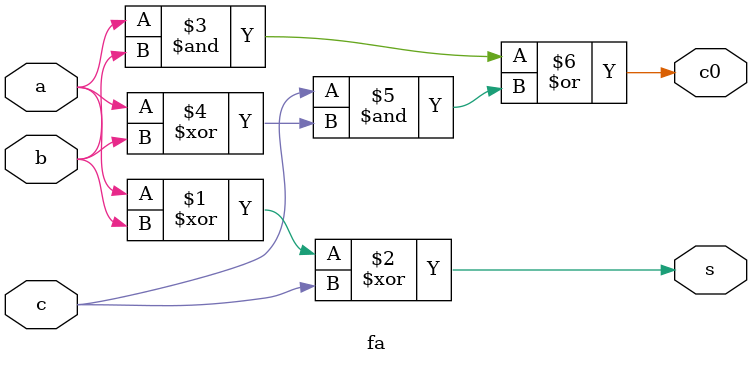
<source format=v>
module fa(s,c0,a,b,c);
input a,b,c;
output s,c0;
assign s=a^b^c;
assign c0=(a&b)|(c&(a^b));
endmodule

</source>
